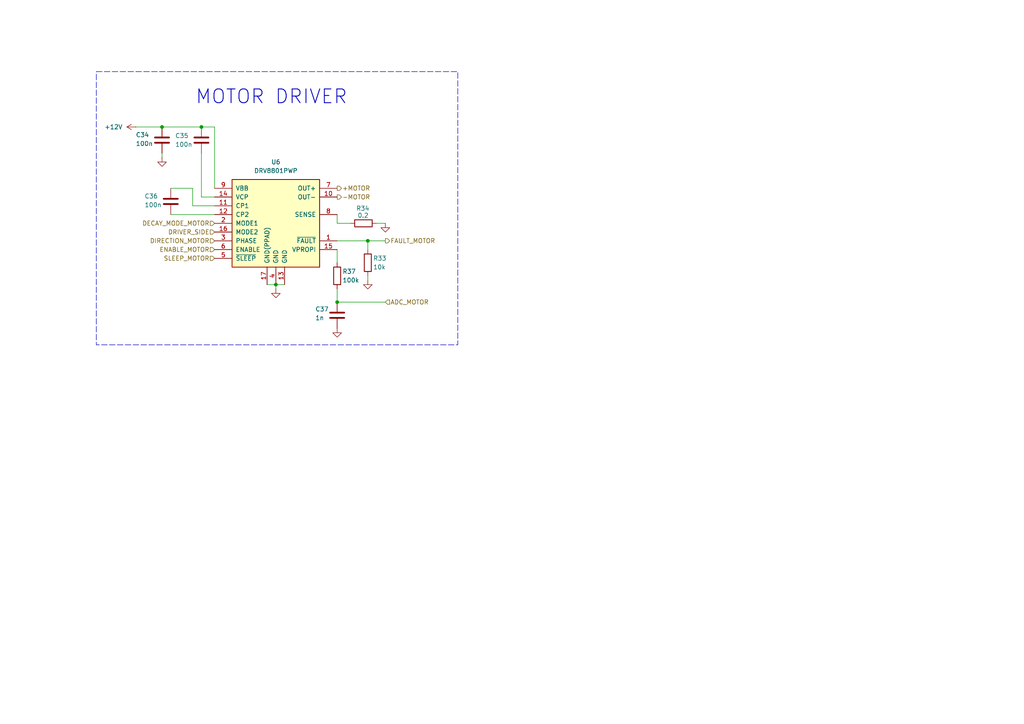
<source format=kicad_sch>
(kicad_sch
	(version 20231120)
	(generator "eeschema")
	(generator_version "8.0")
	(uuid "99bcfcae-ac27-405b-bf07-ab3c198dff76")
	(paper "A4")
	(lib_symbols
		(symbol "Device:C"
			(pin_numbers hide)
			(pin_names
				(offset 0.254)
			)
			(exclude_from_sim no)
			(in_bom yes)
			(on_board yes)
			(property "Reference" "C"
				(at 0.635 2.54 0)
				(effects
					(font
						(size 1.27 1.27)
					)
					(justify left)
				)
			)
			(property "Value" "C"
				(at 0.635 -2.54 0)
				(effects
					(font
						(size 1.27 1.27)
					)
					(justify left)
				)
			)
			(property "Footprint" ""
				(at 0.9652 -3.81 0)
				(effects
					(font
						(size 1.27 1.27)
					)
					(hide yes)
				)
			)
			(property "Datasheet" "~"
				(at 0 0 0)
				(effects
					(font
						(size 1.27 1.27)
					)
					(hide yes)
				)
			)
			(property "Description" "Unpolarized capacitor"
				(at 0 0 0)
				(effects
					(font
						(size 1.27 1.27)
					)
					(hide yes)
				)
			)
			(property "ki_keywords" "cap capacitor"
				(at 0 0 0)
				(effects
					(font
						(size 1.27 1.27)
					)
					(hide yes)
				)
			)
			(property "ki_fp_filters" "C_*"
				(at 0 0 0)
				(effects
					(font
						(size 1.27 1.27)
					)
					(hide yes)
				)
			)
			(symbol "C_0_1"
				(polyline
					(pts
						(xy -2.032 -0.762) (xy 2.032 -0.762)
					)
					(stroke
						(width 0.508)
						(type default)
					)
					(fill
						(type none)
					)
				)
				(polyline
					(pts
						(xy -2.032 0.762) (xy 2.032 0.762)
					)
					(stroke
						(width 0.508)
						(type default)
					)
					(fill
						(type none)
					)
				)
			)
			(symbol "C_1_1"
				(pin passive line
					(at 0 3.81 270)
					(length 2.794)
					(name "~"
						(effects
							(font
								(size 1.27 1.27)
							)
						)
					)
					(number "1"
						(effects
							(font
								(size 1.27 1.27)
							)
						)
					)
				)
				(pin passive line
					(at 0 -3.81 90)
					(length 2.794)
					(name "~"
						(effects
							(font
								(size 1.27 1.27)
							)
						)
					)
					(number "2"
						(effects
							(font
								(size 1.27 1.27)
							)
						)
					)
				)
			)
		)
		(symbol "Driver_Motor:DRV8801PWP"
			(pin_names
				(offset 1.016)
			)
			(exclude_from_sim no)
			(in_bom yes)
			(on_board yes)
			(property "Reference" "U"
				(at -12.7 16.51 0)
				(effects
					(font
						(size 1.27 1.27)
					)
					(justify left)
				)
			)
			(property "Value" "DRV8801PWP"
				(at -12.7 13.97 0)
				(effects
					(font
						(size 1.27 1.27)
					)
					(justify left)
				)
			)
			(property "Footprint" "Package_SO:HTSSOP-16-1EP_4.4x5mm_P0.65mm_EP3.4x5mm_Mask3x3mm_ThermalVias"
				(at 30.48 13.97 0)
				(effects
					(font
						(size 1.27 1.27)
					)
					(hide yes)
				)
			)
			(property "Datasheet" "http://www.ti.com/lit/ds/symlink/drv8801.pdf"
				(at 1.27 22.86 0)
				(effects
					(font
						(size 1.27 1.27)
					)
					(hide yes)
				)
			)
			(property "Description" "H-Bridge Motor Driver, TSSOP-16"
				(at 0 0 0)
				(effects
					(font
						(size 1.27 1.27)
					)
					(hide yes)
				)
			)
			(property "ki_keywords" "H-Bridge Motor Driver"
				(at 0 0 0)
				(effects
					(font
						(size 1.27 1.27)
					)
					(hide yes)
				)
			)
			(property "ki_fp_filters" "*TSSOP*4.4x5mm*P0.65mm*"
				(at 0 0 0)
				(effects
					(font
						(size 1.27 1.27)
					)
					(hide yes)
				)
			)
			(symbol "DRV8801PWP_0_1"
				(rectangle
					(start -12.7 12.7)
					(end 12.7 -12.7)
					(stroke
						(width 0.254)
						(type default)
					)
					(fill
						(type background)
					)
				)
			)
			(symbol "DRV8801PWP_1_1"
				(pin open_collector line
					(at 17.78 -5.08 180)
					(length 5.08)
					(name "~{FAULT}"
						(effects
							(font
								(size 1.27 1.27)
							)
						)
					)
					(number "1"
						(effects
							(font
								(size 1.27 1.27)
							)
						)
					)
				)
				(pin power_out line
					(at 17.78 7.62 180)
					(length 5.08)
					(name "OUT-"
						(effects
							(font
								(size 1.27 1.27)
							)
						)
					)
					(number "10"
						(effects
							(font
								(size 1.27 1.27)
							)
						)
					)
				)
				(pin power_in line
					(at -17.78 5.08 0)
					(length 5.08)
					(name "CP1"
						(effects
							(font
								(size 1.27 1.27)
							)
						)
					)
					(number "11"
						(effects
							(font
								(size 1.27 1.27)
							)
						)
					)
				)
				(pin power_in line
					(at -17.78 2.54 0)
					(length 5.08)
					(name "CP2"
						(effects
							(font
								(size 1.27 1.27)
							)
						)
					)
					(number "12"
						(effects
							(font
								(size 1.27 1.27)
							)
						)
					)
				)
				(pin power_in line
					(at 2.54 -17.78 90)
					(length 5.08)
					(name "GND"
						(effects
							(font
								(size 1.27 1.27)
							)
						)
					)
					(number "13"
						(effects
							(font
								(size 1.27 1.27)
							)
						)
					)
				)
				(pin power_in line
					(at -17.78 7.62 0)
					(length 5.08)
					(name "VCP"
						(effects
							(font
								(size 1.27 1.27)
							)
						)
					)
					(number "14"
						(effects
							(font
								(size 1.27 1.27)
							)
						)
					)
				)
				(pin output line
					(at 17.78 -7.62 180)
					(length 5.08)
					(name "VPROPI"
						(effects
							(font
								(size 1.27 1.27)
							)
						)
					)
					(number "15"
						(effects
							(font
								(size 1.27 1.27)
							)
						)
					)
				)
				(pin input line
					(at -17.78 -2.54 0)
					(length 5.08)
					(name "MODE2"
						(effects
							(font
								(size 1.27 1.27)
							)
						)
					)
					(number "16"
						(effects
							(font
								(size 1.27 1.27)
							)
						)
					)
				)
				(pin power_in line
					(at -2.54 -17.78 90)
					(length 5.08)
					(name "GND(PPAD)"
						(effects
							(font
								(size 1.27 1.27)
							)
						)
					)
					(number "17"
						(effects
							(font
								(size 1.27 1.27)
							)
						)
					)
				)
				(pin input line
					(at -17.78 0 0)
					(length 5.08)
					(name "MODE1"
						(effects
							(font
								(size 1.27 1.27)
							)
						)
					)
					(number "2"
						(effects
							(font
								(size 1.27 1.27)
							)
						)
					)
				)
				(pin input line
					(at -17.78 -5.08 0)
					(length 5.08)
					(name "PHASE"
						(effects
							(font
								(size 1.27 1.27)
							)
						)
					)
					(number "3"
						(effects
							(font
								(size 1.27 1.27)
							)
						)
					)
				)
				(pin power_in line
					(at 0 -17.78 90)
					(length 5.08)
					(name "GND"
						(effects
							(font
								(size 1.27 1.27)
							)
						)
					)
					(number "4"
						(effects
							(font
								(size 1.27 1.27)
							)
						)
					)
				)
				(pin input line
					(at -17.78 -10.16 0)
					(length 5.08)
					(name "~{SLEEP}"
						(effects
							(font
								(size 1.27 1.27)
							)
						)
					)
					(number "5"
						(effects
							(font
								(size 1.27 1.27)
							)
						)
					)
				)
				(pin input line
					(at -17.78 -7.62 0)
					(length 5.08)
					(name "ENABLE"
						(effects
							(font
								(size 1.27 1.27)
							)
						)
					)
					(number "6"
						(effects
							(font
								(size 1.27 1.27)
							)
						)
					)
				)
				(pin power_out line
					(at 17.78 10.16 180)
					(length 5.08)
					(name "OUT+"
						(effects
							(font
								(size 1.27 1.27)
							)
						)
					)
					(number "7"
						(effects
							(font
								(size 1.27 1.27)
							)
						)
					)
				)
				(pin power_out line
					(at 17.78 2.54 180)
					(length 5.08)
					(name "SENSE"
						(effects
							(font
								(size 1.27 1.27)
							)
						)
					)
					(number "8"
						(effects
							(font
								(size 1.27 1.27)
							)
						)
					)
				)
				(pin power_in line
					(at -17.78 10.16 0)
					(length 5.08)
					(name "VBB"
						(effects
							(font
								(size 1.27 1.27)
							)
						)
					)
					(number "9"
						(effects
							(font
								(size 1.27 1.27)
							)
						)
					)
				)
			)
		)
		(symbol "Library:R"
			(pin_numbers hide)
			(pin_names
				(offset 0)
			)
			(exclude_from_sim no)
			(in_bom yes)
			(on_board yes)
			(property "Reference" "R"
				(at 2.032 0 90)
				(effects
					(font
						(size 1.27 1.27)
					)
				)
			)
			(property "Value" "R"
				(at 0 0 90)
				(effects
					(font
						(size 1.27 1.27)
					)
				)
			)
			(property "Footprint" ""
				(at -1.778 0 90)
				(effects
					(font
						(size 1.27 1.27)
					)
					(hide yes)
				)
			)
			(property "Datasheet" "~"
				(at 0 0 0)
				(effects
					(font
						(size 1.27 1.27)
					)
					(hide yes)
				)
			)
			(property "Description" "Resistor"
				(at 0 0 0)
				(effects
					(font
						(size 1.27 1.27)
					)
					(hide yes)
				)
			)
			(property "ki_keywords" "R res resistor"
				(at 0 0 0)
				(effects
					(font
						(size 1.27 1.27)
					)
					(hide yes)
				)
			)
			(property "ki_fp_filters" "R_*"
				(at 0 0 0)
				(effects
					(font
						(size 1.27 1.27)
					)
					(hide yes)
				)
			)
			(symbol "R_0_1"
				(rectangle
					(start -1.016 -2.54)
					(end 1.016 2.54)
					(stroke
						(width 0.254)
						(type default)
					)
					(fill
						(type none)
					)
				)
			)
			(symbol "R_1_1"
				(pin passive line
					(at 0 3.81 270)
					(length 1.27)
					(name "~"
						(effects
							(font
								(size 1.27 1.27)
							)
						)
					)
					(number "1"
						(effects
							(font
								(size 1.27 1.27)
							)
						)
					)
				)
				(pin passive line
					(at 0 -3.81 90)
					(length 1.27)
					(name "~"
						(effects
							(font
								(size 1.27 1.27)
							)
						)
					)
					(number "2"
						(effects
							(font
								(size 1.27 1.27)
							)
						)
					)
				)
			)
		)
		(symbol "power:+12V"
			(power)
			(pin_numbers hide)
			(pin_names
				(offset 0) hide)
			(exclude_from_sim no)
			(in_bom yes)
			(on_board yes)
			(property "Reference" "#PWR"
				(at 0 -3.81 0)
				(effects
					(font
						(size 1.27 1.27)
					)
					(hide yes)
				)
			)
			(property "Value" "+12V"
				(at 0 3.556 0)
				(effects
					(font
						(size 1.27 1.27)
					)
				)
			)
			(property "Footprint" ""
				(at 0 0 0)
				(effects
					(font
						(size 1.27 1.27)
					)
					(hide yes)
				)
			)
			(property "Datasheet" ""
				(at 0 0 0)
				(effects
					(font
						(size 1.27 1.27)
					)
					(hide yes)
				)
			)
			(property "Description" "Power symbol creates a global label with name \"+12V\""
				(at 0 0 0)
				(effects
					(font
						(size 1.27 1.27)
					)
					(hide yes)
				)
			)
			(property "ki_keywords" "global power"
				(at 0 0 0)
				(effects
					(font
						(size 1.27 1.27)
					)
					(hide yes)
				)
			)
			(symbol "+12V_0_1"
				(polyline
					(pts
						(xy -0.762 1.27) (xy 0 2.54)
					)
					(stroke
						(width 0)
						(type default)
					)
					(fill
						(type none)
					)
				)
				(polyline
					(pts
						(xy 0 0) (xy 0 2.54)
					)
					(stroke
						(width 0)
						(type default)
					)
					(fill
						(type none)
					)
				)
				(polyline
					(pts
						(xy 0 2.54) (xy 0.762 1.27)
					)
					(stroke
						(width 0)
						(type default)
					)
					(fill
						(type none)
					)
				)
			)
			(symbol "+12V_1_1"
				(pin power_in line
					(at 0 0 90)
					(length 0)
					(name "~"
						(effects
							(font
								(size 1.27 1.27)
							)
						)
					)
					(number "1"
						(effects
							(font
								(size 1.27 1.27)
							)
						)
					)
				)
			)
		)
		(symbol "power:GND"
			(power)
			(pin_numbers hide)
			(pin_names
				(offset 0) hide)
			(exclude_from_sim no)
			(in_bom yes)
			(on_board yes)
			(property "Reference" "#PWR"
				(at 0 -6.35 0)
				(effects
					(font
						(size 1.27 1.27)
					)
					(hide yes)
				)
			)
			(property "Value" "GND"
				(at 0 -3.81 0)
				(effects
					(font
						(size 1.27 1.27)
					)
				)
			)
			(property "Footprint" ""
				(at 0 0 0)
				(effects
					(font
						(size 1.27 1.27)
					)
					(hide yes)
				)
			)
			(property "Datasheet" ""
				(at 0 0 0)
				(effects
					(font
						(size 1.27 1.27)
					)
					(hide yes)
				)
			)
			(property "Description" "Power symbol creates a global label with name \"GND\" , ground"
				(at 0 0 0)
				(effects
					(font
						(size 1.27 1.27)
					)
					(hide yes)
				)
			)
			(property "ki_keywords" "global power"
				(at 0 0 0)
				(effects
					(font
						(size 1.27 1.27)
					)
					(hide yes)
				)
			)
			(symbol "GND_0_1"
				(polyline
					(pts
						(xy 0 0) (xy 0 -1.27) (xy 1.27 -1.27) (xy 0 -2.54) (xy -1.27 -1.27) (xy 0 -1.27)
					)
					(stroke
						(width 0)
						(type default)
					)
					(fill
						(type none)
					)
				)
			)
			(symbol "GND_1_1"
				(pin power_in line
					(at 0 0 270)
					(length 0)
					(name "~"
						(effects
							(font
								(size 1.27 1.27)
							)
						)
					)
					(number "1"
						(effects
							(font
								(size 1.27 1.27)
							)
						)
					)
				)
			)
		)
	)
	(junction
		(at 80.01 82.55)
		(diameter 0)
		(color 0 0 0 0)
		(uuid "3676adb3-01c2-4f1e-88ee-8830fa8dc360")
	)
	(junction
		(at 58.42 36.83)
		(diameter 0)
		(color 0 0 0 0)
		(uuid "3d78398e-8f77-4967-9b5d-373e37b57668")
	)
	(junction
		(at 97.79 87.63)
		(diameter 0)
		(color 0 0 0 0)
		(uuid "bf8f6ba1-2e66-4ae4-98b4-56a8633265d9")
	)
	(junction
		(at 46.99 36.83)
		(diameter 0)
		(color 0 0 0 0)
		(uuid "f6ee8ca8-9512-4540-8536-6852993ac3a9")
	)
	(junction
		(at 106.68 69.85)
		(diameter 0)
		(color 0 0 0 0)
		(uuid "f95ea001-f96e-4932-907a-54d86d2762ad")
	)
	(wire
		(pts
			(xy 97.79 83.82) (xy 97.79 87.63)
		)
		(stroke
			(width 0)
			(type default)
		)
		(uuid "093519df-a62a-4a5b-b1d3-af0c8ef13a38")
	)
	(wire
		(pts
			(xy 58.42 44.45) (xy 58.42 57.15)
		)
		(stroke
			(width 0)
			(type default)
		)
		(uuid "175e2163-5397-444b-bdea-553317308ebb")
	)
	(wire
		(pts
			(xy 55.88 59.69) (xy 62.23 59.69)
		)
		(stroke
			(width 0)
			(type default)
		)
		(uuid "1c26e157-fca0-449f-bfdd-f8e0864c525f")
	)
	(wire
		(pts
			(xy 106.68 72.39) (xy 106.68 69.85)
		)
		(stroke
			(width 0)
			(type default)
		)
		(uuid "1ce4036f-0fe4-4462-b2a5-b5eb96c80ffd")
	)
	(wire
		(pts
			(xy 97.79 72.39) (xy 97.79 76.2)
		)
		(stroke
			(width 0)
			(type default)
		)
		(uuid "2cfb252d-5863-4be3-b5a3-72f8e9a13887")
	)
	(wire
		(pts
			(xy 58.42 57.15) (xy 62.23 57.15)
		)
		(stroke
			(width 0)
			(type default)
		)
		(uuid "320c41ce-de33-4391-9c27-cf2a273d934e")
	)
	(wire
		(pts
			(xy 111.76 69.85) (xy 106.68 69.85)
		)
		(stroke
			(width 0)
			(type default)
		)
		(uuid "412c7a39-9bed-4081-9c26-b27f2d8d2d93")
	)
	(wire
		(pts
			(xy 97.79 62.23) (xy 97.79 64.77)
		)
		(stroke
			(width 0)
			(type default)
		)
		(uuid "450f5b50-21b6-4f2e-b0ab-73ba2630e2b9")
	)
	(wire
		(pts
			(xy 46.99 36.83) (xy 58.42 36.83)
		)
		(stroke
			(width 0)
			(type default)
		)
		(uuid "5892aa8f-e89f-4ae9-85ec-7ba6c35bb3f8")
	)
	(wire
		(pts
			(xy 106.68 81.28) (xy 106.68 80.01)
		)
		(stroke
			(width 0)
			(type default)
		)
		(uuid "5d7218d1-1dc1-4f7f-b92c-2e9e1f3e6f52")
	)
	(wire
		(pts
			(xy 97.79 87.63) (xy 111.76 87.63)
		)
		(stroke
			(width 0)
			(type default)
		)
		(uuid "636c8eda-e4fd-42e9-b846-395cdf9dc593")
	)
	(wire
		(pts
			(xy 46.99 45.72) (xy 46.99 44.45)
		)
		(stroke
			(width 0)
			(type default)
		)
		(uuid "6a4fbcf1-423c-48f5-889a-e66d8e51b74a")
	)
	(wire
		(pts
			(xy 62.23 36.83) (xy 62.23 54.61)
		)
		(stroke
			(width 0)
			(type default)
		)
		(uuid "6af54939-52a5-456f-bd23-cf36103530da")
	)
	(wire
		(pts
			(xy 55.88 54.61) (xy 55.88 59.69)
		)
		(stroke
			(width 0)
			(type default)
		)
		(uuid "751ab9dc-d4c1-43d9-b69b-efe34dab4ffe")
	)
	(wire
		(pts
			(xy 80.01 82.55) (xy 80.01 83.82)
		)
		(stroke
			(width 0)
			(type default)
		)
		(uuid "85996e13-467a-4d0d-828b-eac548104269")
	)
	(wire
		(pts
			(xy 80.01 82.55) (xy 82.55 82.55)
		)
		(stroke
			(width 0)
			(type default)
		)
		(uuid "9f4a16b6-3dfd-42e7-bd30-980f287a87ba")
	)
	(wire
		(pts
			(xy 97.79 64.77) (xy 101.6 64.77)
		)
		(stroke
			(width 0)
			(type default)
		)
		(uuid "a14f39c4-1945-4888-8c6b-fff4e4f73c94")
	)
	(wire
		(pts
			(xy 58.42 36.83) (xy 62.23 36.83)
		)
		(stroke
			(width 0)
			(type default)
		)
		(uuid "a48883b3-88e0-485b-9a9d-1949c54545f7")
	)
	(wire
		(pts
			(xy 109.22 64.77) (xy 111.76 64.77)
		)
		(stroke
			(width 0)
			(type default)
		)
		(uuid "b844c877-97e1-4d14-9416-ab86c5cc1d7b")
	)
	(wire
		(pts
			(xy 49.53 54.61) (xy 55.88 54.61)
		)
		(stroke
			(width 0)
			(type default)
		)
		(uuid "c29de54d-0f9c-4d04-aaca-c0635965c0c5")
	)
	(wire
		(pts
			(xy 39.37 36.83) (xy 46.99 36.83)
		)
		(stroke
			(width 0)
			(type default)
		)
		(uuid "c6fbe754-9676-48f2-98c3-537823ab0cd3")
	)
	(wire
		(pts
			(xy 77.47 82.55) (xy 80.01 82.55)
		)
		(stroke
			(width 0)
			(type default)
		)
		(uuid "e060f681-3b71-498c-9b9d-333c458e0afe")
	)
	(wire
		(pts
			(xy 97.79 69.85) (xy 106.68 69.85)
		)
		(stroke
			(width 0)
			(type default)
		)
		(uuid "ecc525ac-edb2-4f9e-ae08-40dab21fe950")
	)
	(wire
		(pts
			(xy 49.53 62.23) (xy 62.23 62.23)
		)
		(stroke
			(width 0)
			(type default)
		)
		(uuid "fd3dd315-084d-4524-8271-edd8d4de8fc2")
	)
	(rectangle
		(start 27.94 20.7645)
		(end 132.7785 100.0125)
		(stroke
			(width 0)
			(type dash)
		)
		(fill
			(type none)
		)
		(uuid e3e397bb-4288-4ea5-8636-f3148330ef28)
	)
	(text "MOTOR DRIVER"
		(exclude_from_sim no)
		(at 78.74 28.194 0)
		(effects
			(font
				(size 4 4)
				(thickness 0.254)
				(bold yes)
			)
		)
		(uuid "1defa750-22b7-4466-b378-cfbe40a77989")
	)
	(hierarchical_label "DRIVER_SIDE"
		(shape input)
		(at 62.23 67.31 180)
		(fields_autoplaced yes)
		(effects
			(font
				(size 1.27 1.27)
			)
			(justify right)
		)
		(uuid "212bd3ef-69e4-47f0-89c7-3ff4d4911e21")
	)
	(hierarchical_label "-MOTOR"
		(shape output)
		(at 97.79 57.15 0)
		(fields_autoplaced yes)
		(effects
			(font
				(size 1.27 1.27)
			)
			(justify left)
		)
		(uuid "224f65d9-d9ee-4b32-9ffe-6d6c1fe53e60")
	)
	(hierarchical_label "+MOTOR"
		(shape output)
		(at 97.79 54.61 0)
		(fields_autoplaced yes)
		(effects
			(font
				(size 1.27 1.27)
			)
			(justify left)
		)
		(uuid "24681fba-d441-4d2b-b126-8fd15466a05a")
	)
	(hierarchical_label "DECAY_MODE_MOTOR"
		(shape input)
		(at 62.23 64.77 180)
		(fields_autoplaced yes)
		(effects
			(font
				(size 1.27 1.27)
			)
			(justify right)
		)
		(uuid "3a1ec59a-924b-4d77-a9d0-48e0e32782ce")
	)
	(hierarchical_label "ADC_MOTOR"
		(shape input)
		(at 111.76 87.63 0)
		(fields_autoplaced yes)
		(effects
			(font
				(size 1.27 1.27)
			)
			(justify left)
		)
		(uuid "4e1b5328-ddf7-4206-b91c-bf64de6d0c19")
	)
	(hierarchical_label "DIRECTION_MOTOR"
		(shape input)
		(at 62.23 69.85 180)
		(fields_autoplaced yes)
		(effects
			(font
				(size 1.27 1.27)
			)
			(justify right)
		)
		(uuid "9872dc33-0ab7-4f60-a246-21b747423b40")
	)
	(hierarchical_label "ENABLE_MOTOR"
		(shape input)
		(at 62.23 72.39 180)
		(fields_autoplaced yes)
		(effects
			(font
				(size 1.27 1.27)
			)
			(justify right)
		)
		(uuid "c44bfa0d-6c50-46b4-a795-5e1100bd0d47")
	)
	(hierarchical_label "FAULT_MOTOR"
		(shape output)
		(at 111.76 69.85 0)
		(fields_autoplaced yes)
		(effects
			(font
				(size 1.27 1.27)
			)
			(justify left)
		)
		(uuid "cdd06dac-ecd0-48f4-b76c-10bd5d5e6c01")
	)
	(hierarchical_label "SLEEP_MOTOR"
		(shape input)
		(at 62.23 74.93 180)
		(fields_autoplaced yes)
		(effects
			(font
				(size 1.27 1.27)
			)
			(justify right)
		)
		(uuid "fbc58cbe-12f7-455b-9f6c-64a08c81bfbd")
	)
	(symbol
		(lib_id "power:GND")
		(at 80.01 83.82 0)
		(unit 1)
		(exclude_from_sim no)
		(in_bom yes)
		(on_board yes)
		(dnp no)
		(fields_autoplaced yes)
		(uuid "04324821-79ee-4fa0-8011-0b2ed3ee5c2d")
		(property "Reference" "#PWR073"
			(at 80.01 90.17 0)
			(effects
				(font
					(size 1.27 1.27)
				)
				(hide yes)
			)
		)
		(property "Value" "GND"
			(at 80.01 88.9 0)
			(effects
				(font
					(size 1.27 1.27)
				)
				(hide yes)
			)
		)
		(property "Footprint" ""
			(at 80.01 83.82 0)
			(effects
				(font
					(size 1.27 1.27)
				)
				(hide yes)
			)
		)
		(property "Datasheet" ""
			(at 80.01 83.82 0)
			(effects
				(font
					(size 1.27 1.27)
				)
				(hide yes)
			)
		)
		(property "Description" "Power symbol creates a global label with name \"GND\" , ground"
			(at 80.01 83.82 0)
			(effects
				(font
					(size 1.27 1.27)
				)
				(hide yes)
			)
		)
		(pin "1"
			(uuid "4263c61b-91f8-4924-86fb-60c6f0326521")
		)
		(instances
			(project "schematic-main"
				(path "/c9ad7189-d3b2-414a-9743-efd8e57cd755/25d3b6e6-81fb-4ff5-9e54-8894a530755f"
					(reference "#PWR073")
					(unit 1)
				)
			)
		)
	)
	(symbol
		(lib_id "power:GND")
		(at 97.79 95.25 0)
		(unit 1)
		(exclude_from_sim no)
		(in_bom yes)
		(on_board yes)
		(dnp no)
		(fields_autoplaced yes)
		(uuid "231b5479-e239-48a7-b869-23d6ec1721ec")
		(property "Reference" "#PWR077"
			(at 97.79 101.6 0)
			(effects
				(font
					(size 1.27 1.27)
				)
				(hide yes)
			)
		)
		(property "Value" "GND"
			(at 97.79 100.33 0)
			(effects
				(font
					(size 1.27 1.27)
				)
				(hide yes)
			)
		)
		(property "Footprint" ""
			(at 97.79 95.25 0)
			(effects
				(font
					(size 1.27 1.27)
				)
				(hide yes)
			)
		)
		(property "Datasheet" ""
			(at 97.79 95.25 0)
			(effects
				(font
					(size 1.27 1.27)
				)
				(hide yes)
			)
		)
		(property "Description" "Power symbol creates a global label with name \"GND\" , ground"
			(at 97.79 95.25 0)
			(effects
				(font
					(size 1.27 1.27)
				)
				(hide yes)
			)
		)
		(pin "1"
			(uuid "91e38803-3239-4393-ae1e-4d86df277049")
		)
		(instances
			(project "schematic-main"
				(path "/c9ad7189-d3b2-414a-9743-efd8e57cd755/25d3b6e6-81fb-4ff5-9e54-8894a530755f"
					(reference "#PWR077")
					(unit 1)
				)
			)
		)
	)
	(symbol
		(lib_id "Library:R")
		(at 97.79 80.01 0)
		(unit 1)
		(exclude_from_sim no)
		(in_bom yes)
		(on_board yes)
		(dnp no)
		(uuid "44c09a18-7120-46a4-b3b6-fd46a91bca17")
		(property "Reference" "R37"
			(at 99.314 78.74 0)
			(effects
				(font
					(size 1.27 1.27)
				)
				(justify left)
			)
		)
		(property "Value" "100k"
			(at 99.314 81.28 0)
			(effects
				(font
					(size 1.27 1.27)
				)
				(justify left)
			)
		)
		(property "Footprint" "Resistor_SMD:R_1206_3216Metric"
			(at 96.012 80.01 90)
			(effects
				(font
					(size 1.27 1.27)
				)
				(hide yes)
			)
		)
		(property "Datasheet" "~"
			(at 97.79 80.01 0)
			(effects
				(font
					(size 1.27 1.27)
				)
				(hide yes)
			)
		)
		(property "Description" "Resistor"
			(at 97.79 80.01 0)
			(effects
				(font
					(size 1.27 1.27)
				)
				(hide yes)
			)
		)
		(pin "1"
			(uuid "e01ab62a-b9b3-44e8-886e-0a954ae90251")
		)
		(pin "2"
			(uuid "c4ebcbd1-ad1e-4252-89d4-11cbe61c1037")
		)
		(instances
			(project "schematic-main"
				(path "/c9ad7189-d3b2-414a-9743-efd8e57cd755/25d3b6e6-81fb-4ff5-9e54-8894a530755f"
					(reference "R37")
					(unit 1)
				)
			)
		)
	)
	(symbol
		(lib_id "Driver_Motor:DRV8801PWP")
		(at 80.01 64.77 0)
		(unit 1)
		(exclude_from_sim no)
		(in_bom yes)
		(on_board yes)
		(dnp no)
		(fields_autoplaced yes)
		(uuid "50f9b1d0-d3d4-47cf-b243-eaf13c08ef71")
		(property "Reference" "U6"
			(at 80.01 46.99 0)
			(effects
				(font
					(size 1.27 1.27)
				)
			)
		)
		(property "Value" "DRV8801PWP"
			(at 80.01 49.53 0)
			(effects
				(font
					(size 1.27 1.27)
				)
			)
		)
		(property "Footprint" "Package_SO:HTSSOP-16-1EP_4.4x5mm_P0.65mm_EP3.4x5mm_Mask3x3mm_ThermalVias"
			(at 110.49 50.8 0)
			(effects
				(font
					(size 1.27 1.27)
				)
				(hide yes)
			)
		)
		(property "Datasheet" "http://www.ti.com/lit/ds/symlink/drv8801.pdf"
			(at 81.28 41.91 0)
			(effects
				(font
					(size 1.27 1.27)
				)
				(hide yes)
			)
		)
		(property "Description" "H-Bridge Motor Driver, TSSOP-16"
			(at 80.01 64.77 0)
			(effects
				(font
					(size 1.27 1.27)
				)
				(hide yes)
			)
		)
		(pin "11"
			(uuid "99c0a869-5ed8-4ff6-a030-06df9aa68a03")
		)
		(pin "7"
			(uuid "b28907de-c8ec-49e3-88a7-be6372f44ddc")
		)
		(pin "4"
			(uuid "7fe8977b-ffdd-4ca5-b029-09d35d86fe96")
		)
		(pin "17"
			(uuid "5e38a2fc-b743-4221-be4e-f12c6244678f")
		)
		(pin "15"
			(uuid "77286a0b-a26e-4a2a-ab1d-8109678b891f")
		)
		(pin "5"
			(uuid "df17a4eb-a8d2-4b20-a8af-e21094915f15")
		)
		(pin "6"
			(uuid "07459d85-5f56-4a0c-b6e4-2ef820d8ce04")
		)
		(pin "13"
			(uuid "151e6bc5-d0d6-46cf-967e-4e39db96b21a")
		)
		(pin "9"
			(uuid "70114b14-f877-438a-851c-fa2e2f2e422a")
		)
		(pin "1"
			(uuid "df18c794-77fd-4241-8710-18a703d96d17")
		)
		(pin "8"
			(uuid "4bc5c2e3-9104-436e-9fcc-0abbfc545349")
		)
		(pin "2"
			(uuid "3d2f191f-848b-4551-a984-dfcb3b1d975b")
		)
		(pin "14"
			(uuid "8a500454-8e4c-4dcb-8820-abfaa74f75aa")
		)
		(pin "16"
			(uuid "030ea87e-52b0-4612-aca0-9c50390b0c2b")
		)
		(pin "10"
			(uuid "cf040fe2-616d-4b88-ba55-0ea4cadf3dbe")
		)
		(pin "12"
			(uuid "bebe04a7-7c83-42d4-be7e-931eee52555e")
		)
		(pin "3"
			(uuid "e39858f9-b262-43c5-9032-c76538d4b663")
		)
		(instances
			(project "schematic-main"
				(path "/c9ad7189-d3b2-414a-9743-efd8e57cd755/25d3b6e6-81fb-4ff5-9e54-8894a530755f"
					(reference "U6")
					(unit 1)
				)
			)
		)
	)
	(symbol
		(lib_id "Device:C")
		(at 58.42 40.64 0)
		(unit 1)
		(exclude_from_sim no)
		(in_bom yes)
		(on_board yes)
		(dnp no)
		(uuid "55e369fd-aeb1-4928-8863-6496ec72386c")
		(property "Reference" "C35"
			(at 50.8 39.37 0)
			(effects
				(font
					(size 1.27 1.27)
				)
				(justify left)
			)
		)
		(property "Value" "100n"
			(at 50.8 41.91 0)
			(effects
				(font
					(size 1.27 1.27)
				)
				(justify left)
			)
		)
		(property "Footprint" "Capacitor_SMD:C_1206_3216Metric"
			(at 59.3852 44.45 0)
			(effects
				(font
					(size 1.27 1.27)
				)
				(hide yes)
			)
		)
		(property "Datasheet" "~"
			(at 58.42 40.64 0)
			(effects
				(font
					(size 1.27 1.27)
				)
				(hide yes)
			)
		)
		(property "Description" ""
			(at 58.42 40.64 0)
			(effects
				(font
					(size 1.27 1.27)
				)
				(hide yes)
			)
		)
		(pin "1"
			(uuid "1667d037-1bdd-415c-9d89-c09ddf6561c6")
		)
		(pin "2"
			(uuid "4ad98eb4-f6a8-42b5-a510-00f58958e74f")
		)
		(instances
			(project "schematic-main"
				(path "/c9ad7189-d3b2-414a-9743-efd8e57cd755/25d3b6e6-81fb-4ff5-9e54-8894a530755f"
					(reference "C35")
					(unit 1)
				)
			)
		)
	)
	(symbol
		(lib_id "power:+12V")
		(at 39.37 36.83 90)
		(unit 1)
		(exclude_from_sim no)
		(in_bom yes)
		(on_board yes)
		(dnp no)
		(fields_autoplaced yes)
		(uuid "5f09f601-82c8-4dcc-8e2a-1704a44135f0")
		(property "Reference" "#PWR074"
			(at 43.18 36.83 0)
			(effects
				(font
					(size 1.27 1.27)
				)
				(hide yes)
			)
		)
		(property "Value" "+12V"
			(at 35.56 36.8299 90)
			(effects
				(font
					(size 1.27 1.27)
				)
				(justify left)
			)
		)
		(property "Footprint" ""
			(at 39.37 36.83 0)
			(effects
				(font
					(size 1.27 1.27)
				)
				(hide yes)
			)
		)
		(property "Datasheet" ""
			(at 39.37 36.83 0)
			(effects
				(font
					(size 1.27 1.27)
				)
				(hide yes)
			)
		)
		(property "Description" "Power symbol creates a global label with name \"+12V\""
			(at 39.37 36.83 0)
			(effects
				(font
					(size 1.27 1.27)
				)
				(hide yes)
			)
		)
		(pin "1"
			(uuid "db1b6570-af91-4ddd-87f5-f11871c3bfbb")
		)
		(instances
			(project "schematic-main"
				(path "/c9ad7189-d3b2-414a-9743-efd8e57cd755/25d3b6e6-81fb-4ff5-9e54-8894a530755f"
					(reference "#PWR074")
					(unit 1)
				)
			)
		)
	)
	(symbol
		(lib_id "power:GND")
		(at 46.99 45.72 0)
		(unit 1)
		(exclude_from_sim no)
		(in_bom yes)
		(on_board yes)
		(dnp no)
		(fields_autoplaced yes)
		(uuid "c6bb8c92-ff94-48bc-ab73-70bb43742541")
		(property "Reference" "#PWR072"
			(at 46.99 52.07 0)
			(effects
				(font
					(size 1.27 1.27)
				)
				(hide yes)
			)
		)
		(property "Value" "GND"
			(at 46.99 50.8 0)
			(effects
				(font
					(size 1.27 1.27)
				)
				(hide yes)
			)
		)
		(property "Footprint" ""
			(at 46.99 45.72 0)
			(effects
				(font
					(size 1.27 1.27)
				)
				(hide yes)
			)
		)
		(property "Datasheet" ""
			(at 46.99 45.72 0)
			(effects
				(font
					(size 1.27 1.27)
				)
				(hide yes)
			)
		)
		(property "Description" "Power symbol creates a global label with name \"GND\" , ground"
			(at 46.99 45.72 0)
			(effects
				(font
					(size 1.27 1.27)
				)
				(hide yes)
			)
		)
		(pin "1"
			(uuid "3e0543b3-bf18-4946-a4d9-519058f780f4")
		)
		(instances
			(project "schematic-main"
				(path "/c9ad7189-d3b2-414a-9743-efd8e57cd755/25d3b6e6-81fb-4ff5-9e54-8894a530755f"
					(reference "#PWR072")
					(unit 1)
				)
			)
		)
	)
	(symbol
		(lib_id "Library:R")
		(at 105.41 64.77 90)
		(unit 1)
		(exclude_from_sim no)
		(in_bom yes)
		(on_board yes)
		(dnp no)
		(uuid "ca579eeb-ba6c-4540-9472-7e48fbbb114b")
		(property "Reference" "R34"
			(at 107.188 60.452 90)
			(effects
				(font
					(size 1.27 1.27)
				)
				(justify left)
			)
		)
		(property "Value" "0.2"
			(at 106.934 62.484 90)
			(effects
				(font
					(size 1.27 1.27)
				)
				(justify left)
			)
		)
		(property "Footprint" "Resistor_SMD:R_1206_3216Metric"
			(at 105.41 66.548 90)
			(effects
				(font
					(size 1.27 1.27)
				)
				(hide yes)
			)
		)
		(property "Datasheet" "~"
			(at 105.41 64.77 0)
			(effects
				(font
					(size 1.27 1.27)
				)
				(hide yes)
			)
		)
		(property "Description" "Resistor"
			(at 105.41 64.77 0)
			(effects
				(font
					(size 1.27 1.27)
				)
				(hide yes)
			)
		)
		(pin "1"
			(uuid "2abe9e78-9b20-40ee-9a03-a78b2e2a3c42")
		)
		(pin "2"
			(uuid "6760ea18-a9d6-4a82-9e7f-f0e2fedac8c7")
		)
		(instances
			(project "schematic-main"
				(path "/c9ad7189-d3b2-414a-9743-efd8e57cd755/25d3b6e6-81fb-4ff5-9e54-8894a530755f"
					(reference "R34")
					(unit 1)
				)
			)
		)
	)
	(symbol
		(lib_id "power:GND")
		(at 111.76 64.77 0)
		(unit 1)
		(exclude_from_sim no)
		(in_bom yes)
		(on_board yes)
		(dnp no)
		(fields_autoplaced yes)
		(uuid "d630a27e-df89-40ca-b549-74ef508d05ba")
		(property "Reference" "#PWR076"
			(at 111.76 71.12 0)
			(effects
				(font
					(size 1.27 1.27)
				)
				(hide yes)
			)
		)
		(property "Value" "GND"
			(at 111.76 69.85 0)
			(effects
				(font
					(size 1.27 1.27)
				)
				(hide yes)
			)
		)
		(property "Footprint" ""
			(at 111.76 64.77 0)
			(effects
				(font
					(size 1.27 1.27)
				)
				(hide yes)
			)
		)
		(property "Datasheet" ""
			(at 111.76 64.77 0)
			(effects
				(font
					(size 1.27 1.27)
				)
				(hide yes)
			)
		)
		(property "Description" "Power symbol creates a global label with name \"GND\" , ground"
			(at 111.76 64.77 0)
			(effects
				(font
					(size 1.27 1.27)
				)
				(hide yes)
			)
		)
		(pin "1"
			(uuid "3da9b597-f70e-41d2-83f1-77cb433ea882")
		)
		(instances
			(project "schematic-main"
				(path "/c9ad7189-d3b2-414a-9743-efd8e57cd755/25d3b6e6-81fb-4ff5-9e54-8894a530755f"
					(reference "#PWR076")
					(unit 1)
				)
			)
		)
	)
	(symbol
		(lib_id "Library:R")
		(at 106.68 76.2 0)
		(unit 1)
		(exclude_from_sim no)
		(in_bom yes)
		(on_board yes)
		(dnp no)
		(uuid "e12a9c78-5e5d-4125-b1b9-6abecb73faff")
		(property "Reference" "R33"
			(at 108.204 74.93 0)
			(effects
				(font
					(size 1.27 1.27)
				)
				(justify left)
			)
		)
		(property "Value" "10k"
			(at 108.204 77.47 0)
			(effects
				(font
					(size 1.27 1.27)
				)
				(justify left)
			)
		)
		(property "Footprint" "Resistor_SMD:R_1206_3216Metric"
			(at 104.902 76.2 90)
			(effects
				(font
					(size 1.27 1.27)
				)
				(hide yes)
			)
		)
		(property "Datasheet" "~"
			(at 106.68 76.2 0)
			(effects
				(font
					(size 1.27 1.27)
				)
				(hide yes)
			)
		)
		(property "Description" "Resistor"
			(at 106.68 76.2 0)
			(effects
				(font
					(size 1.27 1.27)
				)
				(hide yes)
			)
		)
		(pin "1"
			(uuid "83f238ea-7a6c-4ed2-9e28-43488228184d")
		)
		(pin "2"
			(uuid "c74eb03d-3eb2-497b-b79b-24f4b6f93e92")
		)
		(instances
			(project "schematic-main"
				(path "/c9ad7189-d3b2-414a-9743-efd8e57cd755/25d3b6e6-81fb-4ff5-9e54-8894a530755f"
					(reference "R33")
					(unit 1)
				)
			)
		)
	)
	(symbol
		(lib_id "Device:C")
		(at 46.99 40.64 0)
		(unit 1)
		(exclude_from_sim no)
		(in_bom yes)
		(on_board yes)
		(dnp no)
		(uuid "f029f4ee-04ac-481a-b767-deedd88e1869")
		(property "Reference" "C34"
			(at 39.37 39.116 0)
			(effects
				(font
					(size 1.27 1.27)
				)
				(justify left)
			)
		)
		(property "Value" "100n"
			(at 39.37 41.656 0)
			(effects
				(font
					(size 1.27 1.27)
				)
				(justify left)
			)
		)
		(property "Footprint" "Capacitor_SMD:C_1206_3216Metric"
			(at 47.9552 44.45 0)
			(effects
				(font
					(size 1.27 1.27)
				)
				(hide yes)
			)
		)
		(property "Datasheet" "~"
			(at 46.99 40.64 0)
			(effects
				(font
					(size 1.27 1.27)
				)
				(hide yes)
			)
		)
		(property "Description" ""
			(at 46.99 40.64 0)
			(effects
				(font
					(size 1.27 1.27)
				)
				(hide yes)
			)
		)
		(pin "1"
			(uuid "7802542f-1ab2-4940-b03b-a6d671d8c911")
		)
		(pin "2"
			(uuid "3c1066b8-2001-449a-be7b-ad62110c1554")
		)
		(instances
			(project "schematic-main"
				(path "/c9ad7189-d3b2-414a-9743-efd8e57cd755/25d3b6e6-81fb-4ff5-9e54-8894a530755f"
					(reference "C34")
					(unit 1)
				)
			)
		)
	)
	(symbol
		(lib_id "Device:C")
		(at 49.53 58.42 0)
		(unit 1)
		(exclude_from_sim no)
		(in_bom yes)
		(on_board yes)
		(dnp no)
		(uuid "f5a1c33a-c5fa-46b7-a10f-d6eac2c22011")
		(property "Reference" "C36"
			(at 41.91 56.896 0)
			(effects
				(font
					(size 1.27 1.27)
				)
				(justify left)
			)
		)
		(property "Value" "100n"
			(at 41.91 59.436 0)
			(effects
				(font
					(size 1.27 1.27)
				)
				(justify left)
			)
		)
		(property "Footprint" "Capacitor_SMD:C_1206_3216Metric"
			(at 50.4952 62.23 0)
			(effects
				(font
					(size 1.27 1.27)
				)
				(hide yes)
			)
		)
		(property "Datasheet" "~"
			(at 49.53 58.42 0)
			(effects
				(font
					(size 1.27 1.27)
				)
				(hide yes)
			)
		)
		(property "Description" ""
			(at 49.53 58.42 0)
			(effects
				(font
					(size 1.27 1.27)
				)
				(hide yes)
			)
		)
		(pin "1"
			(uuid "07326122-8294-4243-8a91-368ca8fd986c")
		)
		(pin "2"
			(uuid "2f569dd6-dc97-4d97-ade7-addc44e348af")
		)
		(instances
			(project "schematic-main"
				(path "/c9ad7189-d3b2-414a-9743-efd8e57cd755/25d3b6e6-81fb-4ff5-9e54-8894a530755f"
					(reference "C36")
					(unit 1)
				)
			)
		)
	)
	(symbol
		(lib_id "power:GND")
		(at 106.68 81.28 0)
		(unit 1)
		(exclude_from_sim no)
		(in_bom yes)
		(on_board yes)
		(dnp no)
		(fields_autoplaced yes)
		(uuid "f9dc7526-9046-4ae7-b8c1-2df0c1ce0603")
		(property "Reference" "#PWR075"
			(at 106.68 87.63 0)
			(effects
				(font
					(size 1.27 1.27)
				)
				(hide yes)
			)
		)
		(property "Value" "GND"
			(at 106.68 86.36 0)
			(effects
				(font
					(size 1.27 1.27)
				)
				(hide yes)
			)
		)
		(property "Footprint" ""
			(at 106.68 81.28 0)
			(effects
				(font
					(size 1.27 1.27)
				)
				(hide yes)
			)
		)
		(property "Datasheet" ""
			(at 106.68 81.28 0)
			(effects
				(font
					(size 1.27 1.27)
				)
				(hide yes)
			)
		)
		(property "Description" "Power symbol creates a global label with name \"GND\" , ground"
			(at 106.68 81.28 0)
			(effects
				(font
					(size 1.27 1.27)
				)
				(hide yes)
			)
		)
		(pin "1"
			(uuid "5621a31d-cbcf-4794-bb16-753650c0ee0d")
		)
		(instances
			(project "schematic-main"
				(path "/c9ad7189-d3b2-414a-9743-efd8e57cd755/25d3b6e6-81fb-4ff5-9e54-8894a530755f"
					(reference "#PWR075")
					(unit 1)
				)
			)
		)
	)
	(symbol
		(lib_id "Device:C")
		(at 97.79 91.44 0)
		(unit 1)
		(exclude_from_sim no)
		(in_bom yes)
		(on_board yes)
		(dnp no)
		(uuid "ff5a87e2-ea76-4c4e-a002-59bf3cc72bff")
		(property "Reference" "C37"
			(at 91.44 89.662 0)
			(effects
				(font
					(size 1.27 1.27)
				)
				(justify left)
			)
		)
		(property "Value" "1n"
			(at 91.44 92.202 0)
			(effects
				(font
					(size 1.27 1.27)
				)
				(justify left)
			)
		)
		(property "Footprint" "Capacitor_SMD:C_1206_3216Metric"
			(at 98.7552 95.25 0)
			(effects
				(font
					(size 1.27 1.27)
				)
				(hide yes)
			)
		)
		(property "Datasheet" "~"
			(at 97.79 91.44 0)
			(effects
				(font
					(size 1.27 1.27)
				)
				(hide yes)
			)
		)
		(property "Description" ""
			(at 97.79 91.44 0)
			(effects
				(font
					(size 1.27 1.27)
				)
				(hide yes)
			)
		)
		(pin "1"
			(uuid "d39b7808-4b08-48e9-887e-002771c42ef3")
		)
		(pin "2"
			(uuid "e899a192-eb7f-4b9e-a796-0dbc1b60d985")
		)
		(instances
			(project "schematic-main"
				(path "/c9ad7189-d3b2-414a-9743-efd8e57cd755/25d3b6e6-81fb-4ff5-9e54-8894a530755f"
					(reference "C37")
					(unit 1)
				)
			)
		)
	)
)
</source>
